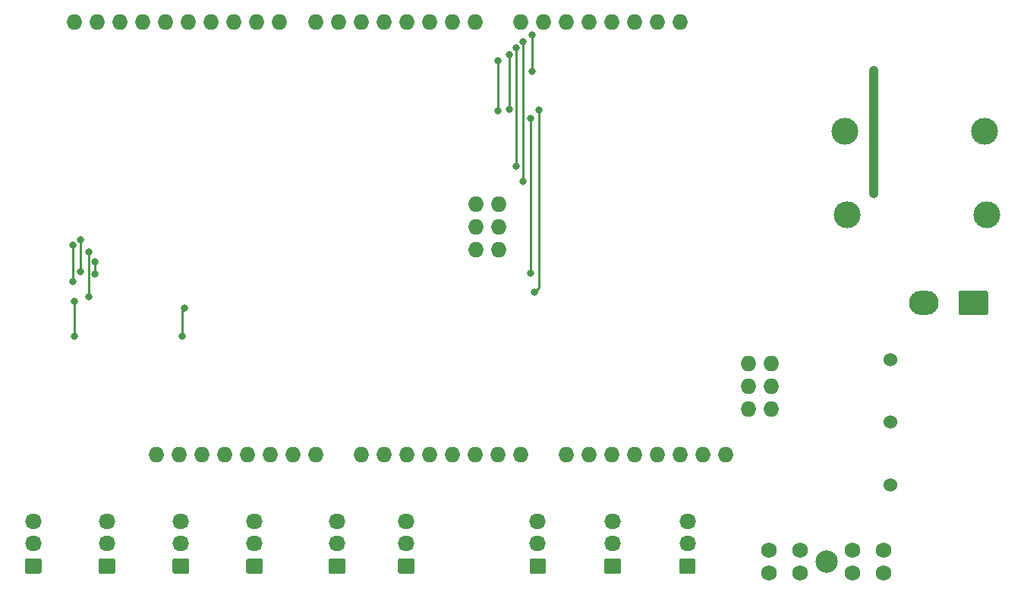
<source format=gbr>
G04 #@! TF.GenerationSoftware,KiCad,Pcbnew,(5.0.0)*
G04 #@! TF.CreationDate,2020-01-14T16:13:25-06:00*
G04 #@! TF.ProjectId,Igniter,49676E697465722E6B696361645F7063,rev?*
G04 #@! TF.SameCoordinates,Original*
G04 #@! TF.FileFunction,Copper,L2,Bot,Signal*
G04 #@! TF.FilePolarity,Positive*
%FSLAX46Y46*%
G04 Gerber Fmt 4.6, Leading zero omitted, Abs format (unit mm)*
G04 Created by KiCad (PCBNEW (5.0.0)) date 01/14/20 16:13:25*
%MOMM*%
%LPD*%
G01*
G04 APERTURE LIST*
G04 #@! TA.AperFunction,ComponentPad*
%ADD10O,1.727200X1.727200*%
G04 #@! TD*
G04 #@! TA.AperFunction,ComponentPad*
%ADD11O,1.850000X1.700000*%
G04 #@! TD*
G04 #@! TA.AperFunction,Conductor*
%ADD12C,0.100000*%
G04 #@! TD*
G04 #@! TA.AperFunction,ComponentPad*
%ADD13C,1.700000*%
G04 #@! TD*
G04 #@! TA.AperFunction,WasherPad*
%ADD14C,2.500000*%
G04 #@! TD*
G04 #@! TA.AperFunction,ComponentPad*
%ADD15C,1.750000*%
G04 #@! TD*
G04 #@! TA.AperFunction,ComponentPad*
%ADD16C,3.000000*%
G04 #@! TD*
G04 #@! TA.AperFunction,ComponentPad*
%ADD17C,2.700000*%
G04 #@! TD*
G04 #@! TA.AperFunction,ComponentPad*
%ADD18O,3.300000X2.700000*%
G04 #@! TD*
G04 #@! TA.AperFunction,ComponentPad*
%ADD19C,1.524000*%
G04 #@! TD*
G04 #@! TA.AperFunction,ViaPad*
%ADD20C,0.800000*%
G04 #@! TD*
G04 #@! TA.AperFunction,Conductor*
%ADD21C,1.000000*%
G04 #@! TD*
G04 #@! TA.AperFunction,Conductor*
%ADD22C,0.250000*%
G04 #@! TD*
G04 APERTURE END LIST*
D10*
G04 #@! TO.P,XA1,MISO*
G04 #@! TO.N,Net-(IC1-Pad9)*
X148861780Y-109148880D03*
G04 #@! TO.P,XA1,GND6*
G04 #@! TO.N,GNDREF*
X181754780Y-132008880D03*
G04 #@! TO.P,XA1,GND5*
X179214780Y-132008880D03*
G04 #@! TO.P,XA1,D53*
G04 #@! TO.N,/CS*
X181754780Y-129468880D03*
G04 #@! TO.P,XA1,D52*
G04 #@! TO.N,N/C*
X179214780Y-129468880D03*
G04 #@! TO.P,XA1,D51*
X181754780Y-126928880D03*
G04 #@! TO.P,XA1,D50*
X179214780Y-126928880D03*
G04 #@! TO.P,XA1,A15*
X176674780Y-137088880D03*
G04 #@! TO.P,XA1,A14*
X174134780Y-137088880D03*
G04 #@! TO.P,XA1,A13*
X171594780Y-137088880D03*
G04 #@! TO.P,XA1,A12*
X169054780Y-137088880D03*
G04 #@! TO.P,XA1,A11*
X166514780Y-137088880D03*
G04 #@! TO.P,XA1,A10*
X163974780Y-137088880D03*
G04 #@! TO.P,XA1,A9*
X161434780Y-137088880D03*
G04 #@! TO.P,XA1,A8*
X158894780Y-137088880D03*
G04 #@! TO.P,XA1,A7*
X153814780Y-137088880D03*
G04 #@! TO.P,XA1,A6*
X151274780Y-137088880D03*
G04 #@! TO.P,XA1,A5*
X148734780Y-137088880D03*
G04 #@! TO.P,XA1,A4*
X146194780Y-137088880D03*
G04 #@! TO.P,XA1,A3*
G04 #@! TO.N,/PT3*
X143654780Y-137088880D03*
G04 #@! TO.P,XA1,A2*
G04 #@! TO.N,/PT2*
X141114780Y-137088880D03*
G04 #@! TO.P,XA1,A1*
G04 #@! TO.N,/PT1*
X138574780Y-137088880D03*
G04 #@! TO.P,XA1,*
G04 #@! TO.N,*
X113174780Y-137088880D03*
G04 #@! TO.P,XA1,D11*
G04 #@! TO.N,N/C*
X119270780Y-88828880D03*
G04 #@! TO.P,XA1,D12*
X116730780Y-88828880D03*
G04 #@! TO.P,XA1,D13*
G04 #@! TO.N,Net-(Q1-Pad1)*
X114190780Y-88828880D03*
G04 #@! TO.P,XA1,AREF*
G04 #@! TO.N,N/C*
X109110780Y-88828880D03*
G04 #@! TO.P,XA1,SDA*
X106570780Y-88828880D03*
G04 #@! TO.P,XA1,SCL*
X104030780Y-88828880D03*
G04 #@! TO.P,XA1,D10*
X121810780Y-88828880D03*
G04 #@! TO.P,XA1,D9*
X124350780Y-88828880D03*
G04 #@! TO.P,XA1,D8*
X126890780Y-88828880D03*
G04 #@! TO.P,XA1,GND1*
G04 #@! TO.N,GNDREF*
X111650780Y-88828880D03*
G04 #@! TO.P,XA1,D7*
G04 #@! TO.N,N/C*
X130954780Y-88828880D03*
G04 #@! TO.P,XA1,D6*
G04 #@! TO.N,SOL5*
X133494780Y-88828880D03*
G04 #@! TO.P,XA1,D5*
G04 #@! TO.N,SOL4*
X136034780Y-88828880D03*
G04 #@! TO.P,XA1,D4*
G04 #@! TO.N,SOL3*
X138574780Y-88828880D03*
G04 #@! TO.P,XA1,D3*
G04 #@! TO.N,SOL2*
X141114780Y-88828880D03*
G04 #@! TO.P,XA1,D2*
G04 #@! TO.N,SOL1*
X143654780Y-88828880D03*
G04 #@! TO.P,XA1,D1*
G04 #@! TO.N,N/C*
X146194780Y-88828880D03*
G04 #@! TO.P,XA1,D0*
X148734780Y-88828880D03*
G04 #@! TO.P,XA1,D14*
X153814780Y-88828880D03*
G04 #@! TO.P,XA1,D15*
X156354780Y-88828880D03*
G04 #@! TO.P,XA1,D16*
X158894780Y-88828880D03*
G04 #@! TO.P,XA1,D17*
X161434780Y-88828880D03*
G04 #@! TO.P,XA1,D18*
X163974780Y-88828880D03*
G04 #@! TO.P,XA1,D19*
X166514780Y-88828880D03*
G04 #@! TO.P,XA1,D20*
X169054780Y-88828880D03*
G04 #@! TO.P,XA1,D21*
X171594780Y-88828880D03*
G04 #@! TO.P,XA1,IORF*
X115714780Y-137088880D03*
G04 #@! TO.P,XA1,RST1*
X118254780Y-137088880D03*
G04 #@! TO.P,XA1,3V3*
G04 #@! TO.N,+3V3*
X120794780Y-137088880D03*
G04 #@! TO.P,XA1,5V1*
G04 #@! TO.N,N/C*
X123334780Y-137088880D03*
G04 #@! TO.P,XA1,GND2*
G04 #@! TO.N,GNDREF*
X125874780Y-137088880D03*
G04 #@! TO.P,XA1,GND3*
X128414780Y-137088880D03*
G04 #@! TO.P,XA1,VIN*
G04 #@! TO.N,N/C*
X130954780Y-137088880D03*
G04 #@! TO.P,XA1,A0*
G04 #@! TO.N,/PT0*
X136034780Y-137088880D03*
G04 #@! TO.P,XA1,5V2*
G04 #@! TO.N,N/C*
X151401780Y-109148880D03*
G04 #@! TO.P,XA1,SCK*
G04 #@! TO.N,Net-(IC1-Pad3)*
X148861780Y-111688880D03*
G04 #@! TO.P,XA1,MOSI*
G04 #@! TO.N,Net-(IC1-Pad5)*
X151401780Y-111688880D03*
G04 #@! TO.P,XA1,GND4*
G04 #@! TO.N,GNDREF*
X151401780Y-114228880D03*
G04 #@! TO.P,XA1,RST2*
G04 #@! TO.N,N/C*
X148861780Y-114228880D03*
G04 #@! TD*
D11*
G04 #@! TO.P,J12,3*
G04 #@! TO.N,+24V*
X172435520Y-144562820D03*
G04 #@! TO.P,J12,2*
G04 #@! TO.N,Net-(D6-Pad2)*
X172435520Y-147062820D03*
D12*
G04 #@! TD*
G04 #@! TO.N,GNDREF*
G04 #@! TO.C,J12*
G36*
X173135024Y-148714024D02*
X173159293Y-148717624D01*
X173183091Y-148723585D01*
X173206191Y-148731850D01*
X173228369Y-148742340D01*
X173249413Y-148754953D01*
X173269118Y-148769567D01*
X173287297Y-148786043D01*
X173303773Y-148804222D01*
X173318387Y-148823927D01*
X173331000Y-148844971D01*
X173341490Y-148867149D01*
X173349755Y-148890249D01*
X173355716Y-148914047D01*
X173359316Y-148938316D01*
X173360520Y-148962820D01*
X173360520Y-150162820D01*
X173359316Y-150187324D01*
X173355716Y-150211593D01*
X173349755Y-150235391D01*
X173341490Y-150258491D01*
X173331000Y-150280669D01*
X173318387Y-150301713D01*
X173303773Y-150321418D01*
X173287297Y-150339597D01*
X173269118Y-150356073D01*
X173249413Y-150370687D01*
X173228369Y-150383300D01*
X173206191Y-150393790D01*
X173183091Y-150402055D01*
X173159293Y-150408016D01*
X173135024Y-150411616D01*
X173110520Y-150412820D01*
X171760520Y-150412820D01*
X171736016Y-150411616D01*
X171711747Y-150408016D01*
X171687949Y-150402055D01*
X171664849Y-150393790D01*
X171642671Y-150383300D01*
X171621627Y-150370687D01*
X171601922Y-150356073D01*
X171583743Y-150339597D01*
X171567267Y-150321418D01*
X171552653Y-150301713D01*
X171540040Y-150280669D01*
X171529550Y-150258491D01*
X171521285Y-150235391D01*
X171515324Y-150211593D01*
X171511724Y-150187324D01*
X171510520Y-150162820D01*
X171510520Y-148962820D01*
X171511724Y-148938316D01*
X171515324Y-148914047D01*
X171521285Y-148890249D01*
X171529550Y-148867149D01*
X171540040Y-148844971D01*
X171552653Y-148823927D01*
X171567267Y-148804222D01*
X171583743Y-148786043D01*
X171601922Y-148769567D01*
X171621627Y-148754953D01*
X171642671Y-148742340D01*
X171664849Y-148731850D01*
X171687949Y-148723585D01*
X171711747Y-148717624D01*
X171736016Y-148714024D01*
X171760520Y-148712820D01*
X173110520Y-148712820D01*
X173135024Y-148714024D01*
X173135024Y-148714024D01*
G37*
D13*
G04 #@! TO.P,J12,1*
G04 #@! TO.N,GNDREF*
X172435520Y-149562820D03*
G04 #@! TD*
D11*
G04 #@! TO.P,J11,3*
G04 #@! TO.N,+24V*
X164094160Y-144562820D03*
G04 #@! TO.P,J11,2*
G04 #@! TO.N,Net-(D5-Pad2)*
X164094160Y-147062820D03*
D12*
G04 #@! TD*
G04 #@! TO.N,GNDREF*
G04 #@! TO.C,J11*
G36*
X164793664Y-148714024D02*
X164817933Y-148717624D01*
X164841731Y-148723585D01*
X164864831Y-148731850D01*
X164887009Y-148742340D01*
X164908053Y-148754953D01*
X164927758Y-148769567D01*
X164945937Y-148786043D01*
X164962413Y-148804222D01*
X164977027Y-148823927D01*
X164989640Y-148844971D01*
X165000130Y-148867149D01*
X165008395Y-148890249D01*
X165014356Y-148914047D01*
X165017956Y-148938316D01*
X165019160Y-148962820D01*
X165019160Y-150162820D01*
X165017956Y-150187324D01*
X165014356Y-150211593D01*
X165008395Y-150235391D01*
X165000130Y-150258491D01*
X164989640Y-150280669D01*
X164977027Y-150301713D01*
X164962413Y-150321418D01*
X164945937Y-150339597D01*
X164927758Y-150356073D01*
X164908053Y-150370687D01*
X164887009Y-150383300D01*
X164864831Y-150393790D01*
X164841731Y-150402055D01*
X164817933Y-150408016D01*
X164793664Y-150411616D01*
X164769160Y-150412820D01*
X163419160Y-150412820D01*
X163394656Y-150411616D01*
X163370387Y-150408016D01*
X163346589Y-150402055D01*
X163323489Y-150393790D01*
X163301311Y-150383300D01*
X163280267Y-150370687D01*
X163260562Y-150356073D01*
X163242383Y-150339597D01*
X163225907Y-150321418D01*
X163211293Y-150301713D01*
X163198680Y-150280669D01*
X163188190Y-150258491D01*
X163179925Y-150235391D01*
X163173964Y-150211593D01*
X163170364Y-150187324D01*
X163169160Y-150162820D01*
X163169160Y-148962820D01*
X163170364Y-148938316D01*
X163173964Y-148914047D01*
X163179925Y-148890249D01*
X163188190Y-148867149D01*
X163198680Y-148844971D01*
X163211293Y-148823927D01*
X163225907Y-148804222D01*
X163242383Y-148786043D01*
X163260562Y-148769567D01*
X163280267Y-148754953D01*
X163301311Y-148742340D01*
X163323489Y-148731850D01*
X163346589Y-148723585D01*
X163370387Y-148717624D01*
X163394656Y-148714024D01*
X163419160Y-148712820D01*
X164769160Y-148712820D01*
X164793664Y-148714024D01*
X164793664Y-148714024D01*
G37*
D13*
G04 #@! TO.P,J11,1*
G04 #@! TO.N,GNDREF*
X164094160Y-149562820D03*
G04 #@! TD*
D11*
G04 #@! TO.P,J10,3*
G04 #@! TO.N,+24V*
X155752800Y-144562820D03*
G04 #@! TO.P,J10,2*
G04 #@! TO.N,Net-(D4-Pad2)*
X155752800Y-147062820D03*
D12*
G04 #@! TD*
G04 #@! TO.N,GNDREF*
G04 #@! TO.C,J10*
G36*
X156452304Y-148714024D02*
X156476573Y-148717624D01*
X156500371Y-148723585D01*
X156523471Y-148731850D01*
X156545649Y-148742340D01*
X156566693Y-148754953D01*
X156586398Y-148769567D01*
X156604577Y-148786043D01*
X156621053Y-148804222D01*
X156635667Y-148823927D01*
X156648280Y-148844971D01*
X156658770Y-148867149D01*
X156667035Y-148890249D01*
X156672996Y-148914047D01*
X156676596Y-148938316D01*
X156677800Y-148962820D01*
X156677800Y-150162820D01*
X156676596Y-150187324D01*
X156672996Y-150211593D01*
X156667035Y-150235391D01*
X156658770Y-150258491D01*
X156648280Y-150280669D01*
X156635667Y-150301713D01*
X156621053Y-150321418D01*
X156604577Y-150339597D01*
X156586398Y-150356073D01*
X156566693Y-150370687D01*
X156545649Y-150383300D01*
X156523471Y-150393790D01*
X156500371Y-150402055D01*
X156476573Y-150408016D01*
X156452304Y-150411616D01*
X156427800Y-150412820D01*
X155077800Y-150412820D01*
X155053296Y-150411616D01*
X155029027Y-150408016D01*
X155005229Y-150402055D01*
X154982129Y-150393790D01*
X154959951Y-150383300D01*
X154938907Y-150370687D01*
X154919202Y-150356073D01*
X154901023Y-150339597D01*
X154884547Y-150321418D01*
X154869933Y-150301713D01*
X154857320Y-150280669D01*
X154846830Y-150258491D01*
X154838565Y-150235391D01*
X154832604Y-150211593D01*
X154829004Y-150187324D01*
X154827800Y-150162820D01*
X154827800Y-148962820D01*
X154829004Y-148938316D01*
X154832604Y-148914047D01*
X154838565Y-148890249D01*
X154846830Y-148867149D01*
X154857320Y-148844971D01*
X154869933Y-148823927D01*
X154884547Y-148804222D01*
X154901023Y-148786043D01*
X154919202Y-148769567D01*
X154938907Y-148754953D01*
X154959951Y-148742340D01*
X154982129Y-148731850D01*
X155005229Y-148723585D01*
X155029027Y-148717624D01*
X155053296Y-148714024D01*
X155077800Y-148712820D01*
X156427800Y-148712820D01*
X156452304Y-148714024D01*
X156452304Y-148714024D01*
G37*
D13*
G04 #@! TO.P,J10,1*
G04 #@! TO.N,GNDREF*
X155752800Y-149562820D03*
G04 #@! TD*
D11*
G04 #@! TO.P,J9,3*
G04 #@! TO.N,+24V*
X141091920Y-144562820D03*
G04 #@! TO.P,J9,2*
G04 #@! TO.N,Net-(D3-Pad2)*
X141091920Y-147062820D03*
D12*
G04 #@! TD*
G04 #@! TO.N,GNDREF*
G04 #@! TO.C,J9*
G36*
X141791424Y-148714024D02*
X141815693Y-148717624D01*
X141839491Y-148723585D01*
X141862591Y-148731850D01*
X141884769Y-148742340D01*
X141905813Y-148754953D01*
X141925518Y-148769567D01*
X141943697Y-148786043D01*
X141960173Y-148804222D01*
X141974787Y-148823927D01*
X141987400Y-148844971D01*
X141997890Y-148867149D01*
X142006155Y-148890249D01*
X142012116Y-148914047D01*
X142015716Y-148938316D01*
X142016920Y-148962820D01*
X142016920Y-150162820D01*
X142015716Y-150187324D01*
X142012116Y-150211593D01*
X142006155Y-150235391D01*
X141997890Y-150258491D01*
X141987400Y-150280669D01*
X141974787Y-150301713D01*
X141960173Y-150321418D01*
X141943697Y-150339597D01*
X141925518Y-150356073D01*
X141905813Y-150370687D01*
X141884769Y-150383300D01*
X141862591Y-150393790D01*
X141839491Y-150402055D01*
X141815693Y-150408016D01*
X141791424Y-150411616D01*
X141766920Y-150412820D01*
X140416920Y-150412820D01*
X140392416Y-150411616D01*
X140368147Y-150408016D01*
X140344349Y-150402055D01*
X140321249Y-150393790D01*
X140299071Y-150383300D01*
X140278027Y-150370687D01*
X140258322Y-150356073D01*
X140240143Y-150339597D01*
X140223667Y-150321418D01*
X140209053Y-150301713D01*
X140196440Y-150280669D01*
X140185950Y-150258491D01*
X140177685Y-150235391D01*
X140171724Y-150211593D01*
X140168124Y-150187324D01*
X140166920Y-150162820D01*
X140166920Y-148962820D01*
X140168124Y-148938316D01*
X140171724Y-148914047D01*
X140177685Y-148890249D01*
X140185950Y-148867149D01*
X140196440Y-148844971D01*
X140209053Y-148823927D01*
X140223667Y-148804222D01*
X140240143Y-148786043D01*
X140258322Y-148769567D01*
X140278027Y-148754953D01*
X140299071Y-148742340D01*
X140321249Y-148731850D01*
X140344349Y-148723585D01*
X140368147Y-148717624D01*
X140392416Y-148714024D01*
X140416920Y-148712820D01*
X141766920Y-148712820D01*
X141791424Y-148714024D01*
X141791424Y-148714024D01*
G37*
D13*
G04 #@! TO.P,J9,1*
G04 #@! TO.N,GNDREF*
X141091920Y-149562820D03*
G04 #@! TD*
D11*
G04 #@! TO.P,J8,3*
G04 #@! TO.N,+24V*
X133357620Y-144562820D03*
G04 #@! TO.P,J8,2*
G04 #@! TO.N,Net-(D2-Pad2)*
X133357620Y-147062820D03*
D12*
G04 #@! TD*
G04 #@! TO.N,GNDREF*
G04 #@! TO.C,J8*
G36*
X134057124Y-148714024D02*
X134081393Y-148717624D01*
X134105191Y-148723585D01*
X134128291Y-148731850D01*
X134150469Y-148742340D01*
X134171513Y-148754953D01*
X134191218Y-148769567D01*
X134209397Y-148786043D01*
X134225873Y-148804222D01*
X134240487Y-148823927D01*
X134253100Y-148844971D01*
X134263590Y-148867149D01*
X134271855Y-148890249D01*
X134277816Y-148914047D01*
X134281416Y-148938316D01*
X134282620Y-148962820D01*
X134282620Y-150162820D01*
X134281416Y-150187324D01*
X134277816Y-150211593D01*
X134271855Y-150235391D01*
X134263590Y-150258491D01*
X134253100Y-150280669D01*
X134240487Y-150301713D01*
X134225873Y-150321418D01*
X134209397Y-150339597D01*
X134191218Y-150356073D01*
X134171513Y-150370687D01*
X134150469Y-150383300D01*
X134128291Y-150393790D01*
X134105191Y-150402055D01*
X134081393Y-150408016D01*
X134057124Y-150411616D01*
X134032620Y-150412820D01*
X132682620Y-150412820D01*
X132658116Y-150411616D01*
X132633847Y-150408016D01*
X132610049Y-150402055D01*
X132586949Y-150393790D01*
X132564771Y-150383300D01*
X132543727Y-150370687D01*
X132524022Y-150356073D01*
X132505843Y-150339597D01*
X132489367Y-150321418D01*
X132474753Y-150301713D01*
X132462140Y-150280669D01*
X132451650Y-150258491D01*
X132443385Y-150235391D01*
X132437424Y-150211593D01*
X132433824Y-150187324D01*
X132432620Y-150162820D01*
X132432620Y-148962820D01*
X132433824Y-148938316D01*
X132437424Y-148914047D01*
X132443385Y-148890249D01*
X132451650Y-148867149D01*
X132462140Y-148844971D01*
X132474753Y-148823927D01*
X132489367Y-148804222D01*
X132505843Y-148786043D01*
X132524022Y-148769567D01*
X132543727Y-148754953D01*
X132564771Y-148742340D01*
X132586949Y-148731850D01*
X132610049Y-148723585D01*
X132633847Y-148717624D01*
X132658116Y-148714024D01*
X132682620Y-148712820D01*
X134032620Y-148712820D01*
X134057124Y-148714024D01*
X134057124Y-148714024D01*
G37*
D13*
G04 #@! TO.P,J8,1*
G04 #@! TO.N,GNDREF*
X133357620Y-149562820D03*
G04 #@! TD*
D14*
G04 #@! TO.P,F1,*
G04 #@! TO.N,*
X187947300Y-149085300D03*
D15*
G04 #@! TO.P,F1,1*
G04 #@! TO.N,+24V*
X181547300Y-147835300D03*
G04 #@! TO.P,F1,2*
X185047300Y-147835300D03*
G04 #@! TO.P,F1,5*
G04 #@! TO.N,Net-(F1-Pad5)*
X190847300Y-147835300D03*
G04 #@! TO.P,F1,6*
X194347300Y-147835300D03*
G04 #@! TO.P,F1,3*
G04 #@! TO.N,+24V*
X181547300Y-150335300D03*
G04 #@! TO.P,F1,4*
X185047300Y-150335300D03*
G04 #@! TO.P,F1,7*
G04 #@! TO.N,Net-(F1-Pad5)*
X190847300Y-150335300D03*
G04 #@! TO.P,F1,8*
X194347300Y-150335300D03*
G04 #@! TD*
D16*
G04 #@! TO.P,J6,2*
G04 #@! TO.N,+24V*
X205812500Y-110413800D03*
G04 #@! TO.P,J6,1*
X190262500Y-110413800D03*
G04 #@! TD*
G04 #@! TO.P,J7,1*
G04 #@! TO.N,Net-(D1-Pad2)*
X205562500Y-101079300D03*
G04 #@! TO.P,J7,2*
X190012500Y-101079300D03*
G04 #@! TD*
D12*
G04 #@! TO.N,GNDREF*
G04 #@! TO.C,J1*
G36*
X100163364Y-148714024D02*
X100187633Y-148717624D01*
X100211431Y-148723585D01*
X100234531Y-148731850D01*
X100256709Y-148742340D01*
X100277753Y-148754953D01*
X100297458Y-148769567D01*
X100315637Y-148786043D01*
X100332113Y-148804222D01*
X100346727Y-148823927D01*
X100359340Y-148844971D01*
X100369830Y-148867149D01*
X100378095Y-148890249D01*
X100384056Y-148914047D01*
X100387656Y-148938316D01*
X100388860Y-148962820D01*
X100388860Y-150162820D01*
X100387656Y-150187324D01*
X100384056Y-150211593D01*
X100378095Y-150235391D01*
X100369830Y-150258491D01*
X100359340Y-150280669D01*
X100346727Y-150301713D01*
X100332113Y-150321418D01*
X100315637Y-150339597D01*
X100297458Y-150356073D01*
X100277753Y-150370687D01*
X100256709Y-150383300D01*
X100234531Y-150393790D01*
X100211431Y-150402055D01*
X100187633Y-150408016D01*
X100163364Y-150411616D01*
X100138860Y-150412820D01*
X98788860Y-150412820D01*
X98764356Y-150411616D01*
X98740087Y-150408016D01*
X98716289Y-150402055D01*
X98693189Y-150393790D01*
X98671011Y-150383300D01*
X98649967Y-150370687D01*
X98630262Y-150356073D01*
X98612083Y-150339597D01*
X98595607Y-150321418D01*
X98580993Y-150301713D01*
X98568380Y-150280669D01*
X98557890Y-150258491D01*
X98549625Y-150235391D01*
X98543664Y-150211593D01*
X98540064Y-150187324D01*
X98538860Y-150162820D01*
X98538860Y-148962820D01*
X98540064Y-148938316D01*
X98543664Y-148914047D01*
X98549625Y-148890249D01*
X98557890Y-148867149D01*
X98568380Y-148844971D01*
X98580993Y-148823927D01*
X98595607Y-148804222D01*
X98612083Y-148786043D01*
X98630262Y-148769567D01*
X98649967Y-148754953D01*
X98671011Y-148742340D01*
X98693189Y-148731850D01*
X98716289Y-148723585D01*
X98740087Y-148717624D01*
X98764356Y-148714024D01*
X98788860Y-148712820D01*
X100138860Y-148712820D01*
X100163364Y-148714024D01*
X100163364Y-148714024D01*
G37*
D13*
G04 #@! TD*
G04 #@! TO.P,J1,1*
G04 #@! TO.N,GNDREF*
X99463860Y-149562820D03*
D11*
G04 #@! TO.P,J1,2*
G04 #@! TO.N,/PT0*
X99463860Y-147062820D03*
G04 #@! TO.P,J1,3*
G04 #@! TO.N,+24V*
X99463860Y-144562820D03*
G04 #@! TD*
D12*
G04 #@! TO.N,GNDREF*
G04 #@! TO.C,J2*
G36*
X108397197Y-148714024D02*
X108421466Y-148717624D01*
X108445264Y-148723585D01*
X108468364Y-148731850D01*
X108490542Y-148742340D01*
X108511586Y-148754953D01*
X108531291Y-148769567D01*
X108549470Y-148786043D01*
X108565946Y-148804222D01*
X108580560Y-148823927D01*
X108593173Y-148844971D01*
X108603663Y-148867149D01*
X108611928Y-148890249D01*
X108617889Y-148914047D01*
X108621489Y-148938316D01*
X108622693Y-148962820D01*
X108622693Y-150162820D01*
X108621489Y-150187324D01*
X108617889Y-150211593D01*
X108611928Y-150235391D01*
X108603663Y-150258491D01*
X108593173Y-150280669D01*
X108580560Y-150301713D01*
X108565946Y-150321418D01*
X108549470Y-150339597D01*
X108531291Y-150356073D01*
X108511586Y-150370687D01*
X108490542Y-150383300D01*
X108468364Y-150393790D01*
X108445264Y-150402055D01*
X108421466Y-150408016D01*
X108397197Y-150411616D01*
X108372693Y-150412820D01*
X107022693Y-150412820D01*
X106998189Y-150411616D01*
X106973920Y-150408016D01*
X106950122Y-150402055D01*
X106927022Y-150393790D01*
X106904844Y-150383300D01*
X106883800Y-150370687D01*
X106864095Y-150356073D01*
X106845916Y-150339597D01*
X106829440Y-150321418D01*
X106814826Y-150301713D01*
X106802213Y-150280669D01*
X106791723Y-150258491D01*
X106783458Y-150235391D01*
X106777497Y-150211593D01*
X106773897Y-150187324D01*
X106772693Y-150162820D01*
X106772693Y-148962820D01*
X106773897Y-148938316D01*
X106777497Y-148914047D01*
X106783458Y-148890249D01*
X106791723Y-148867149D01*
X106802213Y-148844971D01*
X106814826Y-148823927D01*
X106829440Y-148804222D01*
X106845916Y-148786043D01*
X106864095Y-148769567D01*
X106883800Y-148754953D01*
X106904844Y-148742340D01*
X106927022Y-148731850D01*
X106950122Y-148723585D01*
X106973920Y-148717624D01*
X106998189Y-148714024D01*
X107022693Y-148712820D01*
X108372693Y-148712820D01*
X108397197Y-148714024D01*
X108397197Y-148714024D01*
G37*
D13*
G04 #@! TD*
G04 #@! TO.P,J2,1*
G04 #@! TO.N,GNDREF*
X107697693Y-149562820D03*
D11*
G04 #@! TO.P,J2,2*
G04 #@! TO.N,/PT1*
X107697693Y-147062820D03*
G04 #@! TO.P,J2,3*
G04 #@! TO.N,+24V*
X107697693Y-144562820D03*
G04 #@! TD*
G04 #@! TO.P,J3,3*
G04 #@! TO.N,+24V*
X115931526Y-144562820D03*
G04 #@! TO.P,J3,2*
G04 #@! TO.N,/PT2*
X115931526Y-147062820D03*
D12*
G04 #@! TD*
G04 #@! TO.N,GNDREF*
G04 #@! TO.C,J3*
G36*
X116631030Y-148714024D02*
X116655299Y-148717624D01*
X116679097Y-148723585D01*
X116702197Y-148731850D01*
X116724375Y-148742340D01*
X116745419Y-148754953D01*
X116765124Y-148769567D01*
X116783303Y-148786043D01*
X116799779Y-148804222D01*
X116814393Y-148823927D01*
X116827006Y-148844971D01*
X116837496Y-148867149D01*
X116845761Y-148890249D01*
X116851722Y-148914047D01*
X116855322Y-148938316D01*
X116856526Y-148962820D01*
X116856526Y-150162820D01*
X116855322Y-150187324D01*
X116851722Y-150211593D01*
X116845761Y-150235391D01*
X116837496Y-150258491D01*
X116827006Y-150280669D01*
X116814393Y-150301713D01*
X116799779Y-150321418D01*
X116783303Y-150339597D01*
X116765124Y-150356073D01*
X116745419Y-150370687D01*
X116724375Y-150383300D01*
X116702197Y-150393790D01*
X116679097Y-150402055D01*
X116655299Y-150408016D01*
X116631030Y-150411616D01*
X116606526Y-150412820D01*
X115256526Y-150412820D01*
X115232022Y-150411616D01*
X115207753Y-150408016D01*
X115183955Y-150402055D01*
X115160855Y-150393790D01*
X115138677Y-150383300D01*
X115117633Y-150370687D01*
X115097928Y-150356073D01*
X115079749Y-150339597D01*
X115063273Y-150321418D01*
X115048659Y-150301713D01*
X115036046Y-150280669D01*
X115025556Y-150258491D01*
X115017291Y-150235391D01*
X115011330Y-150211593D01*
X115007730Y-150187324D01*
X115006526Y-150162820D01*
X115006526Y-148962820D01*
X115007730Y-148938316D01*
X115011330Y-148914047D01*
X115017291Y-148890249D01*
X115025556Y-148867149D01*
X115036046Y-148844971D01*
X115048659Y-148823927D01*
X115063273Y-148804222D01*
X115079749Y-148786043D01*
X115097928Y-148769567D01*
X115117633Y-148754953D01*
X115138677Y-148742340D01*
X115160855Y-148731850D01*
X115183955Y-148723585D01*
X115207753Y-148717624D01*
X115232022Y-148714024D01*
X115256526Y-148712820D01*
X116606526Y-148712820D01*
X116631030Y-148714024D01*
X116631030Y-148714024D01*
G37*
D13*
G04 #@! TO.P,J3,1*
G04 #@! TO.N,GNDREF*
X115931526Y-149562820D03*
G04 #@! TD*
D11*
G04 #@! TO.P,J4,3*
G04 #@! TO.N,+24V*
X124165360Y-144562820D03*
G04 #@! TO.P,J4,2*
G04 #@! TO.N,/PT3*
X124165360Y-147062820D03*
D12*
G04 #@! TD*
G04 #@! TO.N,GNDREF*
G04 #@! TO.C,J4*
G36*
X124864864Y-148714024D02*
X124889133Y-148717624D01*
X124912931Y-148723585D01*
X124936031Y-148731850D01*
X124958209Y-148742340D01*
X124979253Y-148754953D01*
X124998958Y-148769567D01*
X125017137Y-148786043D01*
X125033613Y-148804222D01*
X125048227Y-148823927D01*
X125060840Y-148844971D01*
X125071330Y-148867149D01*
X125079595Y-148890249D01*
X125085556Y-148914047D01*
X125089156Y-148938316D01*
X125090360Y-148962820D01*
X125090360Y-150162820D01*
X125089156Y-150187324D01*
X125085556Y-150211593D01*
X125079595Y-150235391D01*
X125071330Y-150258491D01*
X125060840Y-150280669D01*
X125048227Y-150301713D01*
X125033613Y-150321418D01*
X125017137Y-150339597D01*
X124998958Y-150356073D01*
X124979253Y-150370687D01*
X124958209Y-150383300D01*
X124936031Y-150393790D01*
X124912931Y-150402055D01*
X124889133Y-150408016D01*
X124864864Y-150411616D01*
X124840360Y-150412820D01*
X123490360Y-150412820D01*
X123465856Y-150411616D01*
X123441587Y-150408016D01*
X123417789Y-150402055D01*
X123394689Y-150393790D01*
X123372511Y-150383300D01*
X123351467Y-150370687D01*
X123331762Y-150356073D01*
X123313583Y-150339597D01*
X123297107Y-150321418D01*
X123282493Y-150301713D01*
X123269880Y-150280669D01*
X123259390Y-150258491D01*
X123251125Y-150235391D01*
X123245164Y-150211593D01*
X123241564Y-150187324D01*
X123240360Y-150162820D01*
X123240360Y-148962820D01*
X123241564Y-148938316D01*
X123245164Y-148914047D01*
X123251125Y-148890249D01*
X123259390Y-148867149D01*
X123269880Y-148844971D01*
X123282493Y-148823927D01*
X123297107Y-148804222D01*
X123313583Y-148786043D01*
X123331762Y-148769567D01*
X123351467Y-148754953D01*
X123372511Y-148742340D01*
X123394689Y-148731850D01*
X123417789Y-148723585D01*
X123441587Y-148717624D01*
X123465856Y-148714024D01*
X123490360Y-148712820D01*
X124840360Y-148712820D01*
X124864864Y-148714024D01*
X124864864Y-148714024D01*
G37*
D13*
G04 #@! TO.P,J4,1*
G04 #@! TO.N,GNDREF*
X124165360Y-149562820D03*
G04 #@! TD*
D12*
G04 #@! TO.N,Net-(J5-Pad1)*
G04 #@! TO.C,J5*
G36*
X205762423Y-118851624D02*
X205786692Y-118855224D01*
X205810490Y-118861185D01*
X205833590Y-118869450D01*
X205855769Y-118879940D01*
X205876812Y-118892553D01*
X205896518Y-118907168D01*
X205914696Y-118923644D01*
X205931172Y-118941822D01*
X205945787Y-118961528D01*
X205958400Y-118982571D01*
X205968890Y-119004750D01*
X205977155Y-119027850D01*
X205983116Y-119051648D01*
X205986716Y-119075917D01*
X205987920Y-119100421D01*
X205987920Y-121300419D01*
X205986716Y-121324923D01*
X205983116Y-121349192D01*
X205977155Y-121372990D01*
X205968890Y-121396090D01*
X205958400Y-121418269D01*
X205945787Y-121439312D01*
X205931172Y-121459018D01*
X205914696Y-121477196D01*
X205896518Y-121493672D01*
X205876812Y-121508287D01*
X205855769Y-121520900D01*
X205833590Y-121531390D01*
X205810490Y-121539655D01*
X205786692Y-121545616D01*
X205762423Y-121549216D01*
X205737919Y-121550420D01*
X202937921Y-121550420D01*
X202913417Y-121549216D01*
X202889148Y-121545616D01*
X202865350Y-121539655D01*
X202842250Y-121531390D01*
X202820071Y-121520900D01*
X202799028Y-121508287D01*
X202779322Y-121493672D01*
X202761144Y-121477196D01*
X202744668Y-121459018D01*
X202730053Y-121439312D01*
X202717440Y-121418269D01*
X202706950Y-121396090D01*
X202698685Y-121372990D01*
X202692724Y-121349192D01*
X202689124Y-121324923D01*
X202687920Y-121300419D01*
X202687920Y-119100421D01*
X202689124Y-119075917D01*
X202692724Y-119051648D01*
X202698685Y-119027850D01*
X202706950Y-119004750D01*
X202717440Y-118982571D01*
X202730053Y-118961528D01*
X202744668Y-118941822D01*
X202761144Y-118923644D01*
X202779322Y-118907168D01*
X202799028Y-118892553D01*
X202820071Y-118879940D01*
X202842250Y-118869450D01*
X202865350Y-118861185D01*
X202889148Y-118855224D01*
X202913417Y-118851624D01*
X202937921Y-118850420D01*
X205737919Y-118850420D01*
X205762423Y-118851624D01*
X205762423Y-118851624D01*
G37*
D17*
G04 #@! TD*
G04 #@! TO.P,J5,1*
G04 #@! TO.N,Net-(J5-Pad1)*
X204337920Y-120200420D03*
D18*
G04 #@! TO.P,J5,2*
G04 #@! TO.N,GNDREF*
X198837920Y-120200420D03*
G04 #@! TD*
D19*
G04 #@! TO.P,SW1,1*
G04 #@! TO.N,Net-(J5-Pad1)*
X195046600Y-140537800D03*
G04 #@! TO.P,SW1,2*
G04 #@! TO.N,Net-(F1-Pad5)*
X195046600Y-133527800D03*
G04 #@! TO.P,SW1,3*
G04 #@! TO.N,N/C*
X195046600Y-126517800D03*
G04 #@! TD*
D20*
G04 #@! TO.N,+24V*
X193255900Y-94322900D03*
X193255900Y-107962700D03*
G04 #@! TO.N,+3V3*
X104731820Y-116738400D03*
X104734360Y-113131600D03*
G04 #@! TO.N,Net-(IC1-Pad2)*
X103873300Y-117835680D03*
X103873300Y-113802160D03*
G04 #@! TO.N,Net-(IC1-Pad4)*
X106371220Y-115630960D03*
X106377740Y-116941600D03*
G04 #@! TO.N,Net-(IC1-Pad6)*
X105641140Y-114531140D03*
X105646220Y-119529860D03*
G04 #@! TO.N,Net-(IC1-Pad10)*
X104071420Y-120032780D03*
X104063800Y-123924060D03*
X116070380Y-123924060D03*
X116337080Y-120761760D03*
G04 #@! TO.N,SOL5*
X154978100Y-116890800D03*
X154978100Y-99593400D03*
X151345900Y-98742500D03*
X151345900Y-93199417D03*
G04 #@! TO.N,SOL1*
X155092400Y-94361000D03*
X155105100Y-90322400D03*
G04 #@! TO.N,SOL2*
X154063700Y-106680000D03*
X154063700Y-91047400D03*
G04 #@! TO.N,SOL3*
X153338700Y-104914700D03*
X153338700Y-91772400D03*
G04 #@! TO.N,SOL4*
X155384500Y-118986300D03*
X155854400Y-98653600D03*
X152613700Y-98628200D03*
X152591915Y-92474417D03*
G04 #@! TD*
D21*
G04 #@! TO.N,+24V*
X193255900Y-94322900D02*
X193255900Y-107962700D01*
D22*
G04 #@! TO.N,+3V3*
X104731820Y-116172715D02*
X104734360Y-116170175D01*
X104731820Y-116738400D02*
X104731820Y-116172715D01*
X104734360Y-116170175D02*
X104734360Y-113131600D01*
G04 #@! TO.N,Net-(IC1-Pad2)*
X103873300Y-117835680D02*
X103873300Y-113802160D01*
G04 #@! TO.N,Net-(IC1-Pad4)*
X106371220Y-115630960D02*
X106371220Y-116935080D01*
X106371220Y-116935080D02*
X106377740Y-116941600D01*
G04 #@! TO.N,Net-(IC1-Pad6)*
X105641140Y-115096825D02*
X105646220Y-115101905D01*
X105641140Y-114531140D02*
X105641140Y-115096825D01*
X105646220Y-115101905D02*
X105646220Y-119529860D01*
G04 #@! TO.N,Net-(IC1-Pad10)*
X104071420Y-120032780D02*
X104071420Y-123916440D01*
X104071420Y-123916440D02*
X104063800Y-123924060D01*
X116070380Y-123924060D02*
X116070380Y-121028460D01*
X116070380Y-121028460D02*
X116337080Y-120761760D01*
G04 #@! TO.N,SOL5*
X154978100Y-116890800D02*
X154978100Y-99593400D01*
X151345900Y-98742500D02*
X151345900Y-93199417D01*
G04 #@! TO.N,SOL1*
X155092400Y-94361000D02*
X155092400Y-90335100D01*
G04 #@! TO.N,SOL2*
X154063700Y-106680000D02*
X154063700Y-91047400D01*
G04 #@! TO.N,SOL3*
X153338700Y-104914700D02*
X153338700Y-91772400D01*
G04 #@! TO.N,SOL4*
X155384500Y-118986300D02*
X155854400Y-118516400D01*
X155854400Y-118516400D02*
X155854400Y-98653600D01*
X152613700Y-98628200D02*
X152613700Y-92496202D01*
X152613700Y-92496202D02*
X152591915Y-92474417D01*
G04 #@! TD*
M02*

</source>
